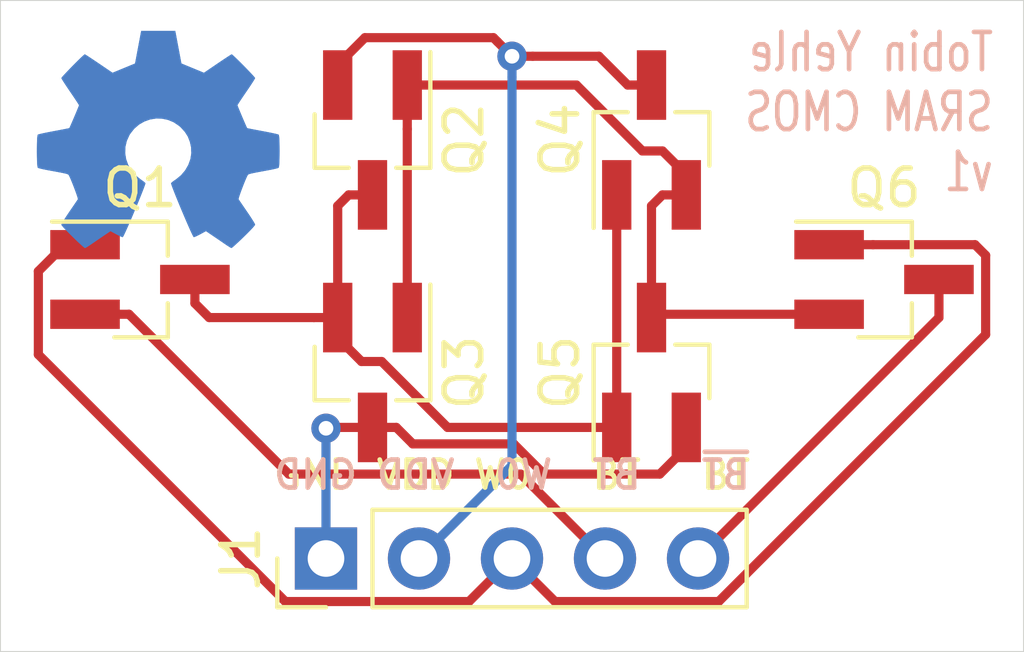
<source format=kicad_pcb>
(kicad_pcb (version 20171130) (host pcbnew 5.0.2-bee76a0~70~ubuntu16.04.1)

  (general
    (thickness 1.6)
    (drawings 7)
    (tracks 68)
    (zones 0)
    (modules 8)
    (nets 8)
  )

  (page A4)
  (layers
    (0 F.Cu signal)
    (31 B.Cu signal)
    (32 B.Adhes user)
    (33 F.Adhes user hide)
    (34 B.Paste user)
    (35 F.Paste user)
    (36 B.SilkS user)
    (37 F.SilkS user)
    (38 B.Mask user)
    (39 F.Mask user)
    (40 Dwgs.User user)
    (41 Cmts.User user)
    (42 Eco1.User user)
    (43 Eco2.User user)
    (44 Edge.Cuts user)
    (45 Margin user)
    (46 B.CrtYd user)
    (47 F.CrtYd user)
    (48 B.Fab user)
    (49 F.Fab user)
  )

  (setup
    (last_trace_width 0.25)
    (trace_clearance 0.2)
    (zone_clearance 0.508)
    (zone_45_only no)
    (trace_min 0.2)
    (segment_width 0.2)
    (edge_width 0.15)
    (via_size 0.8)
    (via_drill 0.4)
    (via_min_size 0.4)
    (via_min_drill 0.3)
    (uvia_size 0.3)
    (uvia_drill 0.1)
    (uvias_allowed no)
    (uvia_min_size 0.2)
    (uvia_min_drill 0.1)
    (pcb_text_width 0.3)
    (pcb_text_size 1.5 1.5)
    (mod_edge_width 0.15)
    (mod_text_size 1 1)
    (mod_text_width 0.15)
    (pad_size 1.524 1.524)
    (pad_drill 0.762)
    (pad_to_mask_clearance 0.051)
    (solder_mask_min_width 0.25)
    (aux_axis_origin 0 0)
    (visible_elements FFFFFF7F)
    (pcbplotparams
      (layerselection 0x310f0_ffffffff)
      (usegerberextensions false)
      (usegerberattributes false)
      (usegerberadvancedattributes false)
      (creategerberjobfile false)
      (excludeedgelayer true)
      (linewidth 0.100000)
      (plotframeref false)
      (viasonmask false)
      (mode 1)
      (useauxorigin false)
      (hpglpennumber 1)
      (hpglpenspeed 20)
      (hpglpendiameter 15.000000)
      (psnegative false)
      (psa4output false)
      (plotreference true)
      (plotvalue true)
      (plotinvisibletext false)
      (padsonsilk false)
      (subtractmaskfromsilk false)
      (outputformat 1)
      (mirror false)
      (drillshape 0)
      (scaleselection 1)
      (outputdirectory "gerber"))
  )

  (net 0 "")
  (net 1 "Net-(J1-Pad3)")
  (net 2 VDD)
  (net 3 GND)
  (net 4 "Net-(Q1-Pad3)")
  (net 5 "Net-(Q2-Pad1)")
  (net 6 "Net-(J1-Pad4)")
  (net 7 "Net-(J1-Pad5)")

  (net_class Default "This is the default net class."
    (clearance 0.2)
    (trace_width 0.25)
    (via_dia 0.8)
    (via_drill 0.4)
    (uvia_dia 0.3)
    (uvia_drill 0.1)
    (add_net GND)
    (add_net "Net-(J1-Pad3)")
    (add_net "Net-(J1-Pad4)")
    (add_net "Net-(J1-Pad5)")
    (add_net "Net-(Q1-Pad3)")
    (add_net "Net-(Q2-Pad1)")
    (add_net VDD)
  )

  (module Connector_PinHeader_2.54mm:PinHeader_1x05_P2.54mm_Vertical (layer F.Cu) (tedit 59FED5CC) (tstamp 5DA43E52)
    (at 146.05 93.98 90)
    (descr "Through hole straight pin header, 1x05, 2.54mm pitch, single row")
    (tags "Through hole pin header THT 1x05 2.54mm single row")
    (path /5D943F6C)
    (fp_text reference J1 (at 0 -2.33 90) (layer F.SilkS)
      (effects (font (size 1 1) (thickness 0.15)))
    )
    (fp_text value Conn_01x05 (at 2.286 3.302 180) (layer F.Fab)
      (effects (font (size 1 1) (thickness 0.15)))
    )
    (fp_line (start -0.635 -1.27) (end 1.27 -1.27) (layer F.Fab) (width 0.1))
    (fp_line (start 1.27 -1.27) (end 1.27 11.43) (layer F.Fab) (width 0.1))
    (fp_line (start 1.27 11.43) (end -1.27 11.43) (layer F.Fab) (width 0.1))
    (fp_line (start -1.27 11.43) (end -1.27 -0.635) (layer F.Fab) (width 0.1))
    (fp_line (start -1.27 -0.635) (end -0.635 -1.27) (layer F.Fab) (width 0.1))
    (fp_line (start -1.33 11.49) (end 1.33 11.49) (layer F.SilkS) (width 0.12))
    (fp_line (start -1.33 1.27) (end -1.33 11.49) (layer F.SilkS) (width 0.12))
    (fp_line (start 1.33 1.27) (end 1.33 11.49) (layer F.SilkS) (width 0.12))
    (fp_line (start -1.33 1.27) (end 1.33 1.27) (layer F.SilkS) (width 0.12))
    (fp_line (start -1.33 0) (end -1.33 -1.33) (layer F.SilkS) (width 0.12))
    (fp_line (start -1.33 -1.33) (end 0 -1.33) (layer F.SilkS) (width 0.12))
    (fp_line (start -1.8 -1.8) (end -1.8 11.95) (layer F.CrtYd) (width 0.05))
    (fp_line (start -1.8 11.95) (end 1.8 11.95) (layer F.CrtYd) (width 0.05))
    (fp_line (start 1.8 11.95) (end 1.8 -1.8) (layer F.CrtYd) (width 0.05))
    (fp_line (start 1.8 -1.8) (end -1.8 -1.8) (layer F.CrtYd) (width 0.05))
    (fp_text user %R (at 0 5.08 180) (layer F.Fab)
      (effects (font (size 1 1) (thickness 0.15)))
    )
    (pad 1 thru_hole rect (at 0 0 90) (size 1.7 1.7) (drill 1) (layers *.Cu *.Mask)
      (net 3 GND))
    (pad 2 thru_hole oval (at 0 2.54 90) (size 1.7 1.7) (drill 1) (layers *.Cu *.Mask)
      (net 2 VDD))
    (pad 3 thru_hole oval (at 0 5.08 90) (size 1.7 1.7) (drill 1) (layers *.Cu *.Mask)
      (net 1 "Net-(J1-Pad3)"))
    (pad 4 thru_hole oval (at 0 7.62 90) (size 1.7 1.7) (drill 1) (layers *.Cu *.Mask)
      (net 6 "Net-(J1-Pad4)"))
    (pad 5 thru_hole oval (at 0 10.16 90) (size 1.7 1.7) (drill 1) (layers *.Cu *.Mask)
      (net 7 "Net-(J1-Pad5)"))
    (model ${KISYS3DMOD}/Connector_PinHeader_2.54mm.3dshapes/PinHeader_1x05_P2.54mm_Vertical.wrl
      (at (xyz 0 0 0))
      (scale (xyz 1 1 1))
      (rotate (xyz 0 0 0))
    )
  )

  (module Package_TO_SOT_SMD:SOT-23_Handsoldering (layer F.Cu) (tedit 5D94492A) (tstamp 5DA43E67)
    (at 140.97 86.36)
    (descr "SOT-23, Handsoldering")
    (tags SOT-23)
    (path /5D943366)
    (attr smd)
    (fp_text reference Q1 (at 0 -2.5) (layer F.SilkS)
      (effects (font (size 1 1) (thickness 0.15)))
    )
    (fp_text value NMOS (at 0 -2.286) (layer F.Fab)
      (effects (font (size 1 1) (thickness 0.15)))
    )
    (fp_line (start 0.76 1.58) (end -0.7 1.58) (layer F.SilkS) (width 0.12))
    (fp_line (start -0.7 1.52) (end 0.7 1.52) (layer F.Fab) (width 0.1))
    (fp_line (start 0.7 -1.52) (end 0.7 1.52) (layer F.Fab) (width 0.1))
    (fp_line (start -0.7 -0.95) (end -0.15 -1.52) (layer F.Fab) (width 0.1))
    (fp_line (start -0.15 -1.52) (end 0.7 -1.52) (layer F.Fab) (width 0.1))
    (fp_line (start -0.7 -0.95) (end -0.7 1.5) (layer F.Fab) (width 0.1))
    (fp_line (start 0.76 -1.58) (end -2.4 -1.58) (layer F.SilkS) (width 0.12))
    (fp_line (start -2.7 1.75) (end -2.7 -1.75) (layer F.CrtYd) (width 0.05))
    (fp_line (start 2.7 1.75) (end -2.7 1.75) (layer F.CrtYd) (width 0.05))
    (fp_line (start 2.7 -1.75) (end 2.7 1.75) (layer F.CrtYd) (width 0.05))
    (fp_line (start -2.7 -1.75) (end 2.7 -1.75) (layer F.CrtYd) (width 0.05))
    (fp_line (start 0.76 -1.58) (end 0.76 -0.65) (layer F.SilkS) (width 0.12))
    (fp_line (start 0.76 1.58) (end 0.76 0.65) (layer F.SilkS) (width 0.12))
    (fp_text user %R (at 0 0 90) (layer F.Fab)
      (effects (font (size 0.5 0.5) (thickness 0.075)))
    )
    (pad 3 smd rect (at 1.5 0) (size 1.9 0.8) (layers F.Cu F.Paste F.Mask)
      (net 4 "Net-(Q1-Pad3)"))
    (pad 2 smd rect (at -1.5 0.95) (size 1.9 0.8) (layers F.Cu F.Paste F.Mask)
      (net 6 "Net-(J1-Pad4)"))
    (pad 1 smd rect (at -1.5 -0.95) (size 1.9 0.8) (layers F.Cu F.Paste F.Mask)
      (net 1 "Net-(J1-Pad3)"))
    (model ${KISYS3DMOD}/Package_TO_SOT_SMD.3dshapes/SOT-23.wrl
      (at (xyz 0 0 0))
      (scale (xyz 1 1 1))
      (rotate (xyz 0 0 0))
    )
  )

  (module Package_TO_SOT_SMD:SOT-23_Handsoldering (layer F.Cu) (tedit 5D944930) (tstamp 5DA44BC1)
    (at 147.32 82.55 270)
    (descr "SOT-23, Handsoldering")
    (tags SOT-23)
    (path /5D942EB1)
    (attr smd)
    (fp_text reference Q2 (at 0 -2.5 270) (layer F.SilkS)
      (effects (font (size 1 1) (thickness 0.15)))
    )
    (fp_text value PMOS (at -1.524 0) (layer F.Fab)
      (effects (font (size 1 1) (thickness 0.15)))
    )
    (fp_line (start 0.76 1.58) (end -0.7 1.58) (layer F.SilkS) (width 0.12))
    (fp_line (start -0.7 1.52) (end 0.7 1.52) (layer F.Fab) (width 0.1))
    (fp_line (start 0.7 -1.52) (end 0.7 1.52) (layer F.Fab) (width 0.1))
    (fp_line (start -0.7 -0.95) (end -0.15 -1.52) (layer F.Fab) (width 0.1))
    (fp_line (start -0.15 -1.52) (end 0.7 -1.52) (layer F.Fab) (width 0.1))
    (fp_line (start -0.7 -0.95) (end -0.7 1.5) (layer F.Fab) (width 0.1))
    (fp_line (start 0.76 -1.58) (end -2.4 -1.58) (layer F.SilkS) (width 0.12))
    (fp_line (start -2.7 1.75) (end -2.7 -1.75) (layer F.CrtYd) (width 0.05))
    (fp_line (start 2.7 1.75) (end -2.7 1.75) (layer F.CrtYd) (width 0.05))
    (fp_line (start 2.7 -1.75) (end 2.7 1.75) (layer F.CrtYd) (width 0.05))
    (fp_line (start -2.7 -1.75) (end 2.7 -1.75) (layer F.CrtYd) (width 0.05))
    (fp_line (start 0.76 -1.58) (end 0.76 -0.65) (layer F.SilkS) (width 0.12))
    (fp_line (start 0.76 1.58) (end 0.76 0.65) (layer F.SilkS) (width 0.12))
    (fp_text user %R (at 0 0) (layer F.Fab)
      (effects (font (size 0.5 0.5) (thickness 0.075)))
    )
    (pad 3 smd rect (at 1.5 0 270) (size 1.9 0.8) (layers F.Cu F.Paste F.Mask)
      (net 4 "Net-(Q1-Pad3)"))
    (pad 2 smd rect (at -1.5 0.95 270) (size 1.9 0.8) (layers F.Cu F.Paste F.Mask)
      (net 2 VDD))
    (pad 1 smd rect (at -1.5 -0.95 270) (size 1.9 0.8) (layers F.Cu F.Paste F.Mask)
      (net 5 "Net-(Q2-Pad1)"))
    (model ${KISYS3DMOD}/Package_TO_SOT_SMD.3dshapes/SOT-23.wrl
      (at (xyz 0 0 0))
      (scale (xyz 1 1 1))
      (rotate (xyz 0 0 0))
    )
  )

  (module Package_TO_SOT_SMD:SOT-23_Handsoldering (layer F.Cu) (tedit 5D944940) (tstamp 5DA44202)
    (at 147.32 88.9 270)
    (descr "SOT-23, Handsoldering")
    (tags SOT-23)
    (path /5D942DAE)
    (attr smd)
    (fp_text reference Q3 (at 0 -2.5 270) (layer F.SilkS)
      (effects (font (size 1 1) (thickness 0.15)))
    )
    (fp_text value NMOS (at -1.524 0) (layer F.Fab)
      (effects (font (size 1 1) (thickness 0.15)))
    )
    (fp_text user %R (at 0 0) (layer F.Fab)
      (effects (font (size 0.5 0.5) (thickness 0.075)))
    )
    (fp_line (start 0.76 1.58) (end 0.76 0.65) (layer F.SilkS) (width 0.12))
    (fp_line (start 0.76 -1.58) (end 0.76 -0.65) (layer F.SilkS) (width 0.12))
    (fp_line (start -2.7 -1.75) (end 2.7 -1.75) (layer F.CrtYd) (width 0.05))
    (fp_line (start 2.7 -1.75) (end 2.7 1.75) (layer F.CrtYd) (width 0.05))
    (fp_line (start 2.7 1.75) (end -2.7 1.75) (layer F.CrtYd) (width 0.05))
    (fp_line (start -2.7 1.75) (end -2.7 -1.75) (layer F.CrtYd) (width 0.05))
    (fp_line (start 0.76 -1.58) (end -2.4 -1.58) (layer F.SilkS) (width 0.12))
    (fp_line (start -0.7 -0.95) (end -0.7 1.5) (layer F.Fab) (width 0.1))
    (fp_line (start -0.15 -1.52) (end 0.7 -1.52) (layer F.Fab) (width 0.1))
    (fp_line (start -0.7 -0.95) (end -0.15 -1.52) (layer F.Fab) (width 0.1))
    (fp_line (start 0.7 -1.52) (end 0.7 1.52) (layer F.Fab) (width 0.1))
    (fp_line (start -0.7 1.52) (end 0.7 1.52) (layer F.Fab) (width 0.1))
    (fp_line (start 0.76 1.58) (end -0.7 1.58) (layer F.SilkS) (width 0.12))
    (pad 1 smd rect (at -1.5 -0.95 270) (size 1.9 0.8) (layers F.Cu F.Paste F.Mask)
      (net 5 "Net-(Q2-Pad1)"))
    (pad 2 smd rect (at -1.5 0.95 270) (size 1.9 0.8) (layers F.Cu F.Paste F.Mask)
      (net 4 "Net-(Q1-Pad3)"))
    (pad 3 smd rect (at 1.5 0 270) (size 1.9 0.8) (layers F.Cu F.Paste F.Mask)
      (net 3 GND))
    (model ${KISYS3DMOD}/Package_TO_SOT_SMD.3dshapes/SOT-23.wrl
      (at (xyz 0 0 0))
      (scale (xyz 1 1 1))
      (rotate (xyz 0 0 0))
    )
  )

  (module Package_TO_SOT_SMD:SOT-23_Handsoldering (layer F.Cu) (tedit 5D944936) (tstamp 5DA442B9)
    (at 154.94 82.55 90)
    (descr "SOT-23, Handsoldering")
    (tags SOT-23)
    (path /5D942CBD)
    (attr smd)
    (fp_text reference Q4 (at 0 -2.5 90) (layer F.SilkS)
      (effects (font (size 1 1) (thickness 0.15)))
    )
    (fp_text value PMOS (at 1.524 0 180) (layer F.Fab)
      (effects (font (size 1 1) (thickness 0.15)))
    )
    (fp_line (start 0.76 1.58) (end -0.7 1.58) (layer F.SilkS) (width 0.12))
    (fp_line (start -0.7 1.52) (end 0.7 1.52) (layer F.Fab) (width 0.1))
    (fp_line (start 0.7 -1.52) (end 0.7 1.52) (layer F.Fab) (width 0.1))
    (fp_line (start -0.7 -0.95) (end -0.15 -1.52) (layer F.Fab) (width 0.1))
    (fp_line (start -0.15 -1.52) (end 0.7 -1.52) (layer F.Fab) (width 0.1))
    (fp_line (start -0.7 -0.95) (end -0.7 1.5) (layer F.Fab) (width 0.1))
    (fp_line (start 0.76 -1.58) (end -2.4 -1.58) (layer F.SilkS) (width 0.12))
    (fp_line (start -2.7 1.75) (end -2.7 -1.75) (layer F.CrtYd) (width 0.05))
    (fp_line (start 2.7 1.75) (end -2.7 1.75) (layer F.CrtYd) (width 0.05))
    (fp_line (start 2.7 -1.75) (end 2.7 1.75) (layer F.CrtYd) (width 0.05))
    (fp_line (start -2.7 -1.75) (end 2.7 -1.75) (layer F.CrtYd) (width 0.05))
    (fp_line (start 0.76 -1.58) (end 0.76 -0.65) (layer F.SilkS) (width 0.12))
    (fp_line (start 0.76 1.58) (end 0.76 0.65) (layer F.SilkS) (width 0.12))
    (fp_text user %R (at 0 0 180) (layer F.Fab)
      (effects (font (size 0.5 0.5) (thickness 0.075)))
    )
    (pad 3 smd rect (at 1.5 0 90) (size 1.9 0.8) (layers F.Cu F.Paste F.Mask)
      (net 2 VDD))
    (pad 2 smd rect (at -1.5 0.95 90) (size 1.9 0.8) (layers F.Cu F.Paste F.Mask)
      (net 5 "Net-(Q2-Pad1)"))
    (pad 1 smd rect (at -1.5 -0.95 90) (size 1.9 0.8) (layers F.Cu F.Paste F.Mask)
      (net 4 "Net-(Q1-Pad3)"))
    (model ${KISYS3DMOD}/Package_TO_SOT_SMD.3dshapes/SOT-23.wrl
      (at (xyz 0 0 0))
      (scale (xyz 1 1 1))
      (rotate (xyz 0 0 0))
    )
  )

  (module Package_TO_SOT_SMD:SOT-23_Handsoldering (layer F.Cu) (tedit 5D94493B) (tstamp 5DA43EBB)
    (at 154.94 88.9 90)
    (descr "SOT-23, Handsoldering")
    (tags SOT-23)
    (path /5D942B58)
    (attr smd)
    (fp_text reference Q5 (at 0 -2.5 90) (layer F.SilkS)
      (effects (font (size 1 1) (thickness 0.15)))
    )
    (fp_text value NMOS (at 1.524 0 180) (layer F.Fab)
      (effects (font (size 1 1) (thickness 0.15)))
    )
    (fp_text user %R (at 0 0 180) (layer F.Fab)
      (effects (font (size 0.5 0.5) (thickness 0.075)))
    )
    (fp_line (start 0.76 1.58) (end 0.76 0.65) (layer F.SilkS) (width 0.12))
    (fp_line (start 0.76 -1.58) (end 0.76 -0.65) (layer F.SilkS) (width 0.12))
    (fp_line (start -2.7 -1.75) (end 2.7 -1.75) (layer F.CrtYd) (width 0.05))
    (fp_line (start 2.7 -1.75) (end 2.7 1.75) (layer F.CrtYd) (width 0.05))
    (fp_line (start 2.7 1.75) (end -2.7 1.75) (layer F.CrtYd) (width 0.05))
    (fp_line (start -2.7 1.75) (end -2.7 -1.75) (layer F.CrtYd) (width 0.05))
    (fp_line (start 0.76 -1.58) (end -2.4 -1.58) (layer F.SilkS) (width 0.12))
    (fp_line (start -0.7 -0.95) (end -0.7 1.5) (layer F.Fab) (width 0.1))
    (fp_line (start -0.15 -1.52) (end 0.7 -1.52) (layer F.Fab) (width 0.1))
    (fp_line (start -0.7 -0.95) (end -0.15 -1.52) (layer F.Fab) (width 0.1))
    (fp_line (start 0.7 -1.52) (end 0.7 1.52) (layer F.Fab) (width 0.1))
    (fp_line (start -0.7 1.52) (end 0.7 1.52) (layer F.Fab) (width 0.1))
    (fp_line (start 0.76 1.58) (end -0.7 1.58) (layer F.SilkS) (width 0.12))
    (pad 1 smd rect (at -1.5 -0.95 90) (size 1.9 0.8) (layers F.Cu F.Paste F.Mask)
      (net 4 "Net-(Q1-Pad3)"))
    (pad 2 smd rect (at -1.5 0.95 90) (size 1.9 0.8) (layers F.Cu F.Paste F.Mask)
      (net 3 GND))
    (pad 3 smd rect (at 1.5 0 90) (size 1.9 0.8) (layers F.Cu F.Paste F.Mask)
      (net 5 "Net-(Q2-Pad1)"))
    (model ${KISYS3DMOD}/Package_TO_SOT_SMD.3dshapes/SOT-23.wrl
      (at (xyz 0 0 0))
      (scale (xyz 1 1 1))
      (rotate (xyz 0 0 0))
    )
  )

  (module Package_TO_SOT_SMD:SOT-23_Handsoldering (layer F.Cu) (tedit 5D944944) (tstamp 5DA43ED0)
    (at 161.29 86.36)
    (descr "SOT-23, Handsoldering")
    (tags SOT-23)
    (path /5D943088)
    (attr smd)
    (fp_text reference Q6 (at 0 -2.5) (layer F.SilkS)
      (effects (font (size 1 1) (thickness 0.15)))
    )
    (fp_text value NMOS (at 0 -2.286) (layer F.Fab)
      (effects (font (size 1 1) (thickness 0.15)))
    )
    (fp_text user %R (at 0 0 90) (layer F.Fab)
      (effects (font (size 0.5 0.5) (thickness 0.075)))
    )
    (fp_line (start 0.76 1.58) (end 0.76 0.65) (layer F.SilkS) (width 0.12))
    (fp_line (start 0.76 -1.58) (end 0.76 -0.65) (layer F.SilkS) (width 0.12))
    (fp_line (start -2.7 -1.75) (end 2.7 -1.75) (layer F.CrtYd) (width 0.05))
    (fp_line (start 2.7 -1.75) (end 2.7 1.75) (layer F.CrtYd) (width 0.05))
    (fp_line (start 2.7 1.75) (end -2.7 1.75) (layer F.CrtYd) (width 0.05))
    (fp_line (start -2.7 1.75) (end -2.7 -1.75) (layer F.CrtYd) (width 0.05))
    (fp_line (start 0.76 -1.58) (end -2.4 -1.58) (layer F.SilkS) (width 0.12))
    (fp_line (start -0.7 -0.95) (end -0.7 1.5) (layer F.Fab) (width 0.1))
    (fp_line (start -0.15 -1.52) (end 0.7 -1.52) (layer F.Fab) (width 0.1))
    (fp_line (start -0.7 -0.95) (end -0.15 -1.52) (layer F.Fab) (width 0.1))
    (fp_line (start 0.7 -1.52) (end 0.7 1.52) (layer F.Fab) (width 0.1))
    (fp_line (start -0.7 1.52) (end 0.7 1.52) (layer F.Fab) (width 0.1))
    (fp_line (start 0.76 1.58) (end -0.7 1.58) (layer F.SilkS) (width 0.12))
    (pad 1 smd rect (at -1.5 -0.95) (size 1.9 0.8) (layers F.Cu F.Paste F.Mask)
      (net 1 "Net-(J1-Pad3)"))
    (pad 2 smd rect (at -1.5 0.95) (size 1.9 0.8) (layers F.Cu F.Paste F.Mask)
      (net 5 "Net-(Q2-Pad1)"))
    (pad 3 smd rect (at 1.5 0) (size 1.9 0.8) (layers F.Cu F.Paste F.Mask)
      (net 7 "Net-(J1-Pad5)"))
    (model ${KISYS3DMOD}/Package_TO_SOT_SMD.3dshapes/SOT-23.wrl
      (at (xyz 0 0 0))
      (scale (xyz 1 1 1))
      (rotate (xyz 0 0 0))
    )
  )

  (module Symbol:OSHW-Symbol_6.7x6mm_Copper (layer B.Cu) (tedit 0) (tstamp 5DAFF187)
    (at 141.478 82.55 180)
    (descr "Open Source Hardware Symbol")
    (tags "Logo Symbol OSHW")
    (attr virtual)
    (fp_text reference REF** (at 0 0 180) (layer B.SilkS) hide
      (effects (font (size 1 1) (thickness 0.15)) (justify mirror))
    )
    (fp_text value OSHW-Symbol_6.7x6mm_Copper (at 0.75 0 180) (layer B.Fab) hide
      (effects (font (size 1 1) (thickness 0.15)) (justify mirror))
    )
    (fp_poly (pts (xy 0.555814 2.531069) (xy 0.639635 2.086445) (xy 0.94892 1.958947) (xy 1.258206 1.831449)
      (xy 1.629246 2.083754) (xy 1.733157 2.154004) (xy 1.827087 2.216728) (xy 1.906652 2.269062)
      (xy 1.96747 2.308143) (xy 2.005157 2.331107) (xy 2.015421 2.336058) (xy 2.03391 2.323324)
      (xy 2.07342 2.288118) (xy 2.129522 2.234938) (xy 2.197787 2.168282) (xy 2.273786 2.092646)
      (xy 2.353092 2.012528) (xy 2.431275 1.932426) (xy 2.503907 1.856836) (xy 2.566559 1.790255)
      (xy 2.614803 1.737182) (xy 2.64421 1.702113) (xy 2.651241 1.690377) (xy 2.641123 1.66874)
      (xy 2.612759 1.621338) (xy 2.569129 1.552807) (xy 2.513218 1.467785) (xy 2.448006 1.370907)
      (xy 2.410219 1.31565) (xy 2.341343 1.214752) (xy 2.28014 1.123701) (xy 2.229578 1.04703)
      (xy 2.192628 0.989272) (xy 2.172258 0.954957) (xy 2.169197 0.947746) (xy 2.176136 0.927252)
      (xy 2.195051 0.879487) (xy 2.223087 0.811168) (xy 2.257391 0.729011) (xy 2.295109 0.63973)
      (xy 2.333387 0.550042) (xy 2.36937 0.466662) (xy 2.400206 0.396306) (xy 2.423039 0.34569)
      (xy 2.435017 0.321529) (xy 2.435724 0.320578) (xy 2.454531 0.315964) (xy 2.504618 0.305672)
      (xy 2.580793 0.290713) (xy 2.677865 0.272099) (xy 2.790643 0.250841) (xy 2.856442 0.238582)
      (xy 2.97695 0.215638) (xy 3.085797 0.193805) (xy 3.177476 0.174278) (xy 3.246481 0.158252)
      (xy 3.287304 0.146921) (xy 3.295511 0.143326) (xy 3.303548 0.118994) (xy 3.310033 0.064041)
      (xy 3.31497 -0.015108) (xy 3.318364 -0.112026) (xy 3.320218 -0.220287) (xy 3.320538 -0.333465)
      (xy 3.319327 -0.445135) (xy 3.31659 -0.548868) (xy 3.312331 -0.638241) (xy 3.306555 -0.706826)
      (xy 3.299267 -0.748197) (xy 3.294895 -0.75681) (xy 3.268764 -0.767133) (xy 3.213393 -0.781892)
      (xy 3.136107 -0.799352) (xy 3.04423 -0.81778) (xy 3.012158 -0.823741) (xy 2.857524 -0.852066)
      (xy 2.735375 -0.874876) (xy 2.641673 -0.89308) (xy 2.572384 -0.907583) (xy 2.523471 -0.919292)
      (xy 2.490897 -0.929115) (xy 2.470628 -0.937956) (xy 2.458626 -0.946724) (xy 2.456947 -0.948457)
      (xy 2.440184 -0.976371) (xy 2.414614 -1.030695) (xy 2.382788 -1.104777) (xy 2.34726 -1.191965)
      (xy 2.310583 -1.285608) (xy 2.275311 -1.379052) (xy 2.243996 -1.465647) (xy 2.219193 -1.53874)
      (xy 2.203454 -1.591678) (xy 2.199332 -1.617811) (xy 2.199676 -1.618726) (xy 2.213641 -1.640086)
      (xy 2.245322 -1.687084) (xy 2.291391 -1.754827) (xy 2.348518 -1.838423) (xy 2.413373 -1.932982)
      (xy 2.431843 -1.959854) (xy 2.497699 -2.057275) (xy 2.55565 -2.146163) (xy 2.602538 -2.221412)
      (xy 2.635207 -2.27792) (xy 2.6505 -2.310581) (xy 2.651241 -2.314593) (xy 2.638392 -2.335684)
      (xy 2.602888 -2.377464) (xy 2.549293 -2.435445) (xy 2.482171 -2.505135) (xy 2.406087 -2.582045)
      (xy 2.325604 -2.661683) (xy 2.245287 -2.739561) (xy 2.169699 -2.811186) (xy 2.103405 -2.87207)
      (xy 2.050969 -2.917721) (xy 2.016955 -2.94365) (xy 2.007545 -2.947883) (xy 1.985643 -2.937912)
      (xy 1.9408 -2.91102) (xy 1.880321 -2.871736) (xy 1.833789 -2.840117) (xy 1.749475 -2.782098)
      (xy 1.649626 -2.713784) (xy 1.549473 -2.645579) (xy 1.495627 -2.609075) (xy 1.313371 -2.4858)
      (xy 1.160381 -2.56852) (xy 1.090682 -2.604759) (xy 1.031414 -2.632926) (xy 0.991311 -2.648991)
      (xy 0.981103 -2.651226) (xy 0.968829 -2.634722) (xy 0.944613 -2.588082) (xy 0.910263 -2.515609)
      (xy 0.867588 -2.421606) (xy 0.818394 -2.310374) (xy 0.76449 -2.186215) (xy 0.707684 -2.053432)
      (xy 0.649782 -1.916327) (xy 0.592593 -1.779202) (xy 0.537924 -1.646358) (xy 0.487584 -1.522098)
      (xy 0.44338 -1.410725) (xy 0.407119 -1.316539) (xy 0.380609 -1.243844) (xy 0.365658 -1.196941)
      (xy 0.363254 -1.180833) (xy 0.382311 -1.160286) (xy 0.424036 -1.126933) (xy 0.479706 -1.087702)
      (xy 0.484378 -1.084599) (xy 0.628264 -0.969423) (xy 0.744283 -0.835053) (xy 0.83143 -0.685784)
      (xy 0.888699 -0.525913) (xy 0.915086 -0.359737) (xy 0.909585 -0.191552) (xy 0.87119 -0.025655)
      (xy 0.798895 0.133658) (xy 0.777626 0.168513) (xy 0.666996 0.309263) (xy 0.536302 0.422286)
      (xy 0.390064 0.506997) (xy 0.232808 0.562806) (xy 0.069057 0.589126) (xy -0.096667 0.58537)
      (xy -0.259838 0.55095) (xy -0.415935 0.485277) (xy -0.560433 0.387765) (xy -0.605131 0.348187)
      (xy -0.718888 0.224297) (xy -0.801782 0.093876) (xy -0.858644 -0.052315) (xy -0.890313 -0.197088)
      (xy -0.898131 -0.35986) (xy -0.872062 -0.52344) (xy -0.814755 -0.682298) (xy -0.728856 -0.830906)
      (xy -0.617014 -0.963735) (xy -0.481877 -1.075256) (xy -0.464117 -1.087011) (xy -0.40785 -1.125508)
      (xy -0.365077 -1.158863) (xy -0.344628 -1.18016) (xy -0.344331 -1.180833) (xy -0.348721 -1.203871)
      (xy -0.366124 -1.256157) (xy -0.394732 -1.33339) (xy -0.432735 -1.431268) (xy -0.478326 -1.545491)
      (xy -0.529697 -1.671758) (xy -0.585038 -1.805767) (xy -0.642542 -1.943218) (xy -0.700399 -2.079808)
      (xy -0.756802 -2.211237) (xy -0.809942 -2.333205) (xy -0.85801 -2.441409) (xy -0.899199 -2.531549)
      (xy -0.931699 -2.599323) (xy -0.953703 -2.64043) (xy -0.962564 -2.651226) (xy -0.98964 -2.642819)
      (xy -1.040303 -2.620272) (xy -1.105817 -2.587613) (xy -1.141841 -2.56852) (xy -1.294832 -2.4858)
      (xy -1.477088 -2.609075) (xy -1.570125 -2.672228) (xy -1.671985 -2.741727) (xy -1.767438 -2.807165)
      (xy -1.81525 -2.840117) (xy -1.882495 -2.885273) (xy -1.939436 -2.921057) (xy -1.978646 -2.942938)
      (xy -1.991381 -2.947563) (xy -2.009917 -2.935085) (xy -2.050941 -2.900252) (xy -2.110475 -2.846678)
      (xy -2.184542 -2.777983) (xy -2.269165 -2.697781) (xy -2.322685 -2.646286) (xy -2.416319 -2.554286)
      (xy -2.497241 -2.471999) (xy -2.562177 -2.402945) (xy -2.607858 -2.350644) (xy -2.631011 -2.318616)
      (xy -2.633232 -2.312116) (xy -2.622924 -2.287394) (xy -2.594439 -2.237405) (xy -2.550937 -2.167212)
      (xy -2.495577 -2.081875) (xy -2.43152 -1.986456) (xy -2.413303 -1.959854) (xy -2.346927 -1.863167)
      (xy -2.287378 -1.776117) (xy -2.237984 -1.703595) (xy -2.202075 -1.650493) (xy -2.182981 -1.621703)
      (xy -2.181136 -1.618726) (xy -2.183895 -1.595782) (xy -2.198538 -1.545336) (xy -2.222513 -1.474041)
      (xy -2.253266 -1.388547) (xy -2.288244 -1.295507) (xy -2.324893 -1.201574) (xy -2.360661 -1.113399)
      (xy -2.392994 -1.037634) (xy -2.419338 -0.980931) (xy -2.437142 -0.949943) (xy -2.438407 -0.948457)
      (xy -2.449294 -0.939601) (xy -2.467682 -0.930843) (xy -2.497606 -0.921277) (xy -2.543103 -0.909996)
      (xy -2.608209 -0.896093) (xy -2.696961 -0.878663) (xy -2.813393 -0.856798) (xy -2.961542 -0.829591)
      (xy -2.993618 -0.823741) (xy -3.088686 -0.805374) (xy -3.171565 -0.787405) (xy -3.23493 -0.771569)
      (xy -3.271458 -0.7596) (xy -3.276356 -0.75681) (xy -3.284427 -0.732072) (xy -3.290987 -0.67679)
      (xy -3.296033 -0.597389) (xy -3.299559 -0.500296) (xy -3.301561 -0.391938) (xy -3.302036 -0.27874)
      (xy -3.300977 -0.167128) (xy -3.298382 -0.063529) (xy -3.294246 0.025632) (xy -3.288563 0.093928)
      (xy -3.281331 0.134934) (xy -3.276971 0.143326) (xy -3.252698 0.151792) (xy -3.197426 0.165565)
      (xy -3.116662 0.18345) (xy -3.015912 0.204252) (xy -2.900683 0.226777) (xy -2.837902 0.238582)
      (xy -2.718787 0.260849) (xy -2.612565 0.281021) (xy -2.524427 0.298085) (xy -2.459566 0.311031)
      (xy -2.423174 0.318845) (xy -2.417184 0.320578) (xy -2.407061 0.34011) (xy -2.385662 0.387157)
      (xy -2.355839 0.454997) (xy -2.320445 0.536909) (xy -2.282332 0.626172) (xy -2.244353 0.716065)
      (xy -2.20936 0.799865) (xy -2.180206 0.870853) (xy -2.159743 0.922306) (xy -2.150823 0.947503)
      (xy -2.150657 0.948604) (xy -2.160769 0.968481) (xy -2.189117 1.014223) (xy -2.232723 1.081283)
      (xy -2.288606 1.165116) (xy -2.353787 1.261174) (xy -2.391679 1.31635) (xy -2.460725 1.417519)
      (xy -2.52205 1.50937) (xy -2.572663 1.587256) (xy -2.609571 1.646531) (xy -2.629782 1.682549)
      (xy -2.632701 1.690623) (xy -2.620153 1.709416) (xy -2.585463 1.749543) (xy -2.533063 1.806507)
      (xy -2.467384 1.875815) (xy -2.392856 1.952969) (xy -2.313913 2.033475) (xy -2.234983 2.112837)
      (xy -2.1605 2.18656) (xy -2.094894 2.250148) (xy -2.042596 2.299106) (xy -2.008039 2.328939)
      (xy -1.996478 2.336058) (xy -1.977654 2.326047) (xy -1.932631 2.297922) (xy -1.865787 2.254546)
      (xy -1.781499 2.198782) (xy -1.684144 2.133494) (xy -1.610707 2.083754) (xy -1.239667 1.831449)
      (xy -0.621095 2.086445) (xy -0.537275 2.531069) (xy -0.453454 2.975693) (xy 0.471994 2.975693)
      (xy 0.555814 2.531069)) (layer B.Cu) (width 0.01))
  )

  (gr_text "Tobin Yehle\nSRAM CMOS\nv1" (at 164.338 81.788) (layer B.SilkS) (tstamp 5DA450AB)
    (effects (font (size 1.016 0.762) (thickness 0.127)) (justify left mirror))
  )
  (gr_text "~BT~   BT  W0  VDD GND" (at 151.13 91.694) (layer B.SilkS) (tstamp 5DA4508F)
    (effects (font (size 0.762 0.7366) (thickness 0.127)) (justify mirror))
  )
  (gr_text "GND VDD W0   BT   ~BT~" (at 151.13 91.694) (layer F.SilkS)
    (effects (font (size 0.762 0.7366) (thickness 0.127)))
  )
  (gr_line (start 137.16 96.52) (end 137.16 78.74) (layer Edge.Cuts) (width 0.0254))
  (gr_line (start 165.1 96.52) (end 137.16 96.52) (layer Edge.Cuts) (width 0.0254))
  (gr_line (start 165.1 78.74) (end 165.1 96.52) (layer Edge.Cuts) (width 0.0254))
  (gr_line (start 137.16 78.74) (end 165.1 78.74) (layer Edge.Cuts) (width 0.0254))

  (segment (start 138.92 85.41) (end 139.47 85.41) (width 0.25) (layer F.Cu) (net 1))
  (segment (start 138.194999 86.135001) (end 138.92 85.41) (width 0.25) (layer F.Cu) (net 1))
  (segment (start 138.194999 88.410001) (end 138.194999 86.135001) (width 0.25) (layer F.Cu) (net 1))
  (segment (start 144.939999 95.155001) (end 138.194999 88.410001) (width 0.25) (layer F.Cu) (net 1))
  (segment (start 149.954999 95.155001) (end 144.939999 95.155001) (width 0.25) (layer F.Cu) (net 1))
  (segment (start 151.13 93.98) (end 149.954999 95.155001) (width 0.25) (layer F.Cu) (net 1))
  (segment (start 160.99 85.41) (end 159.79 85.41) (width 0.25) (layer F.Cu) (net 1))
  (segment (start 163.775002 85.41) (end 160.99 85.41) (width 0.25) (layer F.Cu) (net 1))
  (segment (start 164.065001 87.864001) (end 164.065001 85.699999) (width 0.25) (layer F.Cu) (net 1))
  (segment (start 164.065001 85.699999) (end 163.775002 85.41) (width 0.25) (layer F.Cu) (net 1))
  (segment (start 156.774001 95.155001) (end 164.065001 87.864001) (width 0.25) (layer F.Cu) (net 1))
  (segment (start 152.305001 95.155001) (end 156.774001 95.155001) (width 0.25) (layer F.Cu) (net 1))
  (segment (start 151.13 93.98) (end 152.305001 95.155001) (width 0.25) (layer F.Cu) (net 1))
  (segment (start 154.29 81.05) (end 153.504 80.264) (width 0.25) (layer F.Cu) (net 2))
  (segment (start 146.37 81.05) (end 146.37 80.5) (width 0.25) (layer F.Cu) (net 2))
  (segment (start 151.13 91.44) (end 151.13 80.829685) (width 0.25) (layer B.Cu) (net 2))
  (segment (start 151.13 80.829685) (end 151.13 80.264) (width 0.25) (layer B.Cu) (net 2))
  (segment (start 150.622 79.756) (end 150.730001 79.864001) (width 0.25) (layer F.Cu) (net 2))
  (segment (start 151.695685 80.264) (end 151.13 80.264) (width 0.25) (layer F.Cu) (net 2))
  (segment (start 153.504 80.264) (end 151.695685 80.264) (width 0.25) (layer F.Cu) (net 2))
  (segment (start 148.59 93.98) (end 151.13 91.44) (width 0.25) (layer B.Cu) (net 2))
  (segment (start 146.37 80.5) (end 147.114 79.756) (width 0.25) (layer F.Cu) (net 2))
  (segment (start 154.94 81.05) (end 154.29 81.05) (width 0.25) (layer F.Cu) (net 2))
  (segment (start 147.114 79.756) (end 150.622 79.756) (width 0.25) (layer F.Cu) (net 2))
  (segment (start 150.730001 79.864001) (end 151.13 80.264) (width 0.25) (layer F.Cu) (net 2))
  (via (at 151.13 80.264) (size 0.8) (drill 0.4) (layers F.Cu B.Cu) (net 2))
  (segment (start 147.97 90.4) (end 147.32 90.4) (width 0.25) (layer F.Cu) (net 3))
  (segment (start 148.42001 90.85001) (end 147.97 90.4) (width 0.25) (layer F.Cu) (net 3))
  (segment (start 151.17642 90.85001) (end 148.42001 90.85001) (width 0.25) (layer F.Cu) (net 3))
  (segment (start 152.001411 91.675001) (end 151.17642 90.85001) (width 0.25) (layer F.Cu) (net 3))
  (segment (start 155.164999 91.675001) (end 152.001411 91.675001) (width 0.25) (layer F.Cu) (net 3))
  (segment (start 155.89 90.95) (end 155.164999 91.675001) (width 0.25) (layer F.Cu) (net 3))
  (segment (start 155.89 90.4) (end 155.89 90.95) (width 0.25) (layer F.Cu) (net 3))
  (via (at 146.05 90.424) (size 0.8) (drill 0.4) (layers F.Cu B.Cu) (net 3))
  (segment (start 146.074 90.4) (end 146.05 90.424) (width 0.25) (layer F.Cu) (net 3))
  (segment (start 147.32 90.4) (end 146.074 90.4) (width 0.25) (layer F.Cu) (net 3))
  (segment (start 146.05 90.424) (end 146.05 93.98) (width 0.25) (layer B.Cu) (net 3))
  (segment (start 153.99 84.05) (end 153.99 90.4) (width 0.25) (layer F.Cu) (net 4))
  (segment (start 146.67 84.05) (end 147.32 84.05) (width 0.25) (layer F.Cu) (net 4))
  (segment (start 146.37 84.35) (end 146.67 84.05) (width 0.25) (layer F.Cu) (net 4))
  (segment (start 146.37 87.4) (end 146.37 84.35) (width 0.25) (layer F.Cu) (net 4))
  (segment (start 145.72 87.4) (end 146.37 87.4) (width 0.25) (layer F.Cu) (net 4))
  (segment (start 142.86 87.4) (end 145.72 87.4) (width 0.25) (layer F.Cu) (net 4))
  (segment (start 142.47 87.01) (end 142.86 87.4) (width 0.25) (layer F.Cu) (net 4))
  (segment (start 142.47 86.36) (end 142.47 87.01) (width 0.25) (layer F.Cu) (net 4))
  (segment (start 146.37 87.95) (end 146.37 87.4) (width 0.25) (layer F.Cu) (net 4))
  (segment (start 147.02 88.6) (end 146.37 87.95) (width 0.25) (layer F.Cu) (net 4))
  (segment (start 147.57 88.6) (end 147.02 88.6) (width 0.25) (layer F.Cu) (net 4))
  (segment (start 149.37 90.4) (end 147.57 88.6) (width 0.25) (layer F.Cu) (net 4))
  (segment (start 153.99 90.4) (end 149.37 90.4) (width 0.25) (layer F.Cu) (net 4))
  (segment (start 148.27 82.25) (end 148.27 87.4) (width 0.25) (layer F.Cu) (net 5))
  (segment (start 148.27 81.05) (end 148.27 82.25) (width 0.25) (layer F.Cu) (net 5))
  (segment (start 154.94 84.35) (end 155.24 84.05) (width 0.25) (layer F.Cu) (net 5))
  (segment (start 155.24 84.05) (end 155.89 84.05) (width 0.25) (layer F.Cu) (net 5))
  (segment (start 154.94 87.4) (end 154.94 84.35) (width 0.25) (layer F.Cu) (net 5))
  (segment (start 155.03 87.31) (end 154.94 87.4) (width 0.25) (layer F.Cu) (net 5))
  (segment (start 159.79 87.31) (end 155.03 87.31) (width 0.25) (layer F.Cu) (net 5))
  (segment (start 155.24 82.85) (end 155.89 83.5) (width 0.25) (layer F.Cu) (net 5))
  (segment (start 154.69 82.85) (end 155.24 82.85) (width 0.25) (layer F.Cu) (net 5))
  (segment (start 155.89 83.5) (end 155.89 84.05) (width 0.25) (layer F.Cu) (net 5))
  (segment (start 148.27 81.05) (end 152.89 81.05) (width 0.25) (layer F.Cu) (net 5))
  (segment (start 152.89 81.05) (end 154.69 82.85) (width 0.25) (layer F.Cu) (net 5))
  (segment (start 145.035001 91.675001) (end 140.67 87.31) (width 0.25) (layer F.Cu) (net 6))
  (segment (start 151.365001 91.675001) (end 145.035001 91.675001) (width 0.25) (layer F.Cu) (net 6))
  (segment (start 140.67 87.31) (end 139.47 87.31) (width 0.25) (layer F.Cu) (net 6))
  (segment (start 153.67 93.98) (end 151.365001 91.675001) (width 0.25) (layer F.Cu) (net 6))
  (segment (start 162.79 87.4) (end 162.79 86.36) (width 0.25) (layer F.Cu) (net 7))
  (segment (start 156.21 93.98) (end 162.79 87.4) (width 0.25) (layer F.Cu) (net 7))

)

</source>
